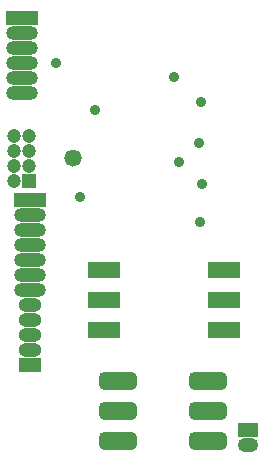
<source format=gts>
G04 Layer_Color=8388736*
%FSLAX25Y25*%
%MOIN*%
G70*
G01*
G75*
%ADD35R,0.10630X0.04724*%
%ADD36O,0.10630X0.04724*%
%ADD37R,0.10787X0.05787*%
G04:AMPARAMS|DCode=38|XSize=127.87mil|YSize=57.87mil|CornerRadius=16.44mil|HoleSize=0mil|Usage=FLASHONLY|Rotation=180.000|XOffset=0mil|YOffset=0mil|HoleType=Round|Shape=RoundedRectangle|*
%AMROUNDEDRECTD38*
21,1,0.12787,0.02500,0,0,180.0*
21,1,0.09500,0.05787,0,0,180.0*
1,1,0.03287,-0.04750,0.01250*
1,1,0.03287,0.04750,0.01250*
1,1,0.03287,0.04750,-0.01250*
1,1,0.03287,-0.04750,-0.01250*
%
%ADD38ROUNDEDRECTD38*%
%ADD39R,0.06787X0.04724*%
%ADD40O,0.06787X0.04787*%
%ADD41O,0.10630X0.04724*%
%ADD42R,0.10630X0.04724*%
%ADD43O,0.07677X0.04724*%
%ADD44R,0.07677X0.04724*%
%ADD45R,0.04724X0.04724*%
%ADD46C,0.04724*%
%ADD47C,0.03556*%
%ADD48C,0.03543*%
%ADD49C,0.05787*%
D35*
X169809Y238797D02*
D03*
D36*
Y233797D02*
D03*
Y228797D02*
D03*
Y218797D02*
D03*
Y223797D02*
D03*
Y213797D02*
D03*
D37*
X236958Y154679D02*
D03*
Y144679D02*
D03*
Y134679D02*
D03*
X196958Y154679D02*
D03*
Y144679D02*
D03*
Y134679D02*
D03*
D38*
X231851Y117640D02*
D03*
Y107640D02*
D03*
Y97640D02*
D03*
X201851D02*
D03*
Y107640D02*
D03*
Y117640D02*
D03*
D39*
X244992Y101524D02*
D03*
D40*
Y96524D02*
D03*
D41*
X172492Y153024D02*
D03*
Y163024D02*
D03*
Y158024D02*
D03*
Y168024D02*
D03*
Y173024D02*
D03*
Y148024D02*
D03*
D42*
Y178024D02*
D03*
D43*
Y138024D02*
D03*
Y143024D02*
D03*
Y133024D02*
D03*
Y128024D02*
D03*
D44*
Y123024D02*
D03*
D45*
X171992Y184524D02*
D03*
D46*
X166992D02*
D03*
X171992Y189524D02*
D03*
X166992D02*
D03*
X171992Y194524D02*
D03*
X166992D02*
D03*
X171992Y199524D02*
D03*
X166992D02*
D03*
D47*
X194033Y207944D02*
D03*
X229709Y183333D02*
D03*
X222081Y190732D02*
D03*
X228934Y170727D02*
D03*
X228887Y197099D02*
D03*
X229431Y210740D02*
D03*
X220294Y219178D02*
D03*
D48*
X181134Y223774D02*
D03*
X188949Y179110D02*
D03*
D49*
X186565Y191960D02*
D03*
M02*

</source>
